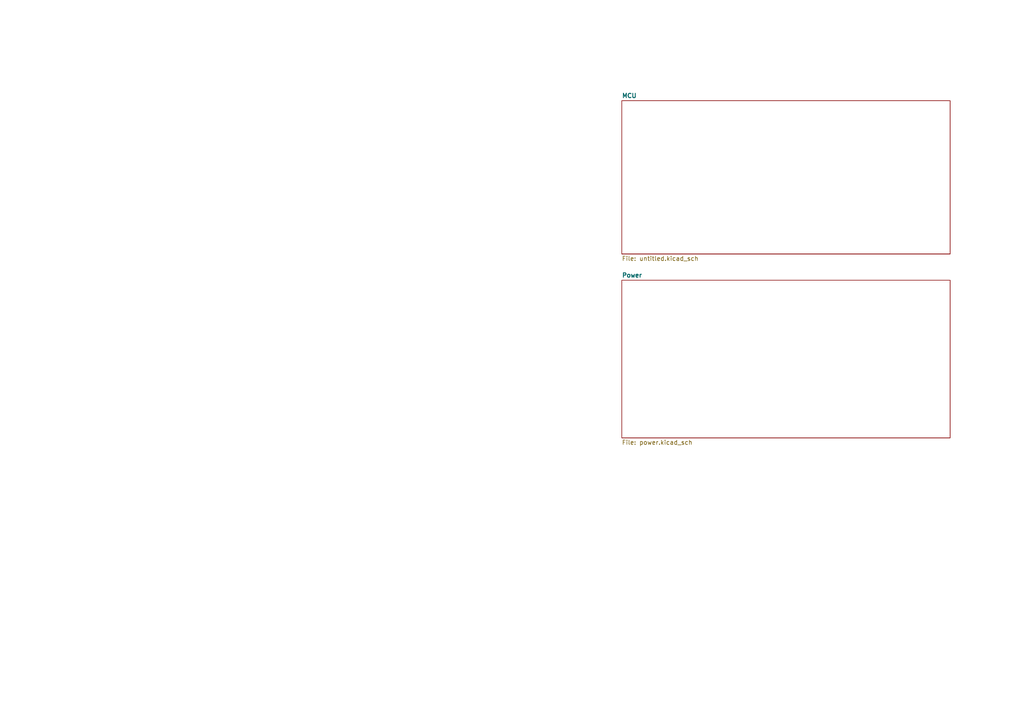
<source format=kicad_sch>
(kicad_sch
	(version 20250114)
	(generator "eeschema")
	(generator_version "9.0")
	(uuid "72384a2f-19e4-4332-a89e-b2dceac50277")
	(paper "A4")
	(lib_symbols)
	(sheet
		(at 180.34 81.28)
		(size 95.25 45.72)
		(exclude_from_sim no)
		(in_bom yes)
		(on_board yes)
		(dnp no)
		(fields_autoplaced yes)
		(stroke
			(width 0.1524)
			(type solid)
		)
		(fill
			(color 0 0 0 0.0000)
		)
		(uuid "5c596aab-9549-44c8-b532-2b3529ed2467")
		(property "Sheetname" "Power"
			(at 180.34 80.5684 0)
			(effects
				(font
					(size 1.27 1.27)
					(thickness 0.254)
					(bold yes)
				)
				(justify left bottom)
			)
		)
		(property "Sheetfile" "power.kicad_sch"
			(at 180.34 127.5846 0)
			(effects
				(font
					(size 1.27 1.27)
				)
				(justify left top)
			)
		)
		(instances
			(project "NRF52840"
				(path "/72384a2f-19e4-4332-a89e-b2dceac50277"
					(page "3")
				)
			)
		)
	)
	(sheet
		(at 180.34 29.21)
		(size 95.25 44.45)
		(exclude_from_sim no)
		(in_bom yes)
		(on_board yes)
		(dnp no)
		(fields_autoplaced yes)
		(stroke
			(width 0.1524)
			(type solid)
		)
		(fill
			(color 0 0 0 0.0000)
		)
		(uuid "a03fc9d1-7cb6-469a-af09-1a626914af84")
		(property "Sheetname" "MCU"
			(at 180.34 28.4984 0)
			(effects
				(font
					(size 1.27 1.27)
					(thickness 0.254)
					(bold yes)
				)
				(justify left bottom)
			)
		)
		(property "Sheetfile" "untitled.kicad_sch"
			(at 180.34 74.2446 0)
			(effects
				(font
					(size 1.27 1.27)
				)
				(justify left top)
			)
		)
		(instances
			(project "NRF52840"
				(path "/72384a2f-19e4-4332-a89e-b2dceac50277"
					(page "2")
				)
			)
		)
	)
	(sheet_instances
		(path "/"
			(page "1")
		)
	)
	(embedded_fonts no)
)

</source>
